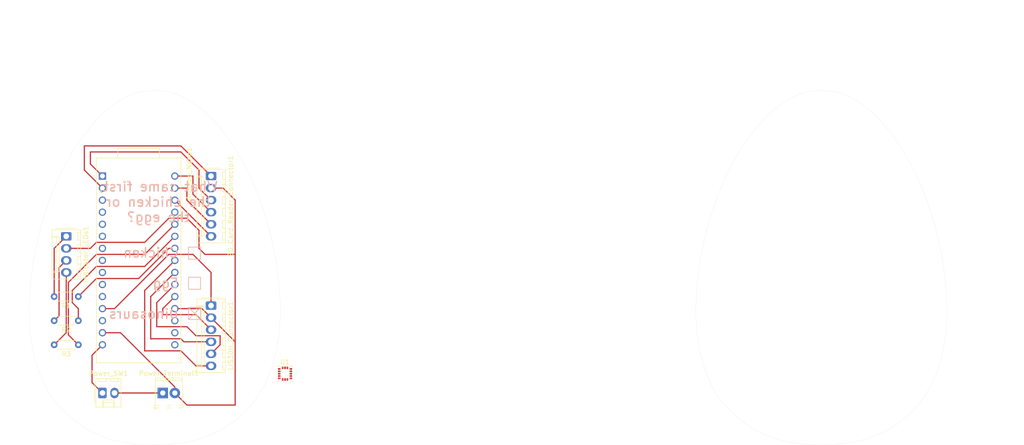
<source format=kicad_pcb>
(kicad_pcb (version 20211014) (generator pcbnew)
  (layers (0 "F.Cu" signal) (31 "B.Cu" signal) (34 "B.Paste" user) (35 "F.Paste" user) (36 "B.SilkS" user "B.Silkscreen") (37 "F.SilkS" user "F.Silkscreen") (38 "B.Mask" user) (39 "F.Mask" user) (44 "Edge.Cuts" user))
  (net 0 "")
  (net 1 "Net-(Arduino_Nano1-Pad1)")
  (net 2 "Net-(Arduino_Nano1-Pad2)")
  (net 12 "Net-(Arduino_Nano1-Pad12)")
  (net 14 "GND")
  (net 15 "Net-(Arduino_Nano1-Pad15)")
  (net 19 "Net-(Arduino_Nano1-Pad20)")
  (net 20 "Net-(Arduino_Nano1-Pad21)")
  (net 21 "Net-(Arduino_Nano1-Pad22)")
  (net 22 "Net-(Arduino_Nano1-Pad23)")
  (net 23 "Net-(Arduino_Nano1-Pad24)")
  (net 24 "Net-(Arduino_Nano1-Pad25)")
  (net 25 "Net-(Arduino_Nano1-Pad26)")
  (net 27 "Net-(Arduino_Nano1-Pad28)")
  (net 28 "Net-(Arduino_Nano1-Pad29)")
  (net 29 "Net-(Arduino_Nano1-Pad30)")
  (net 30 "Net-(Indicator_LEDs1-Pad1)")
  (net 31 "Net-(Indicator_LEDs1-Pad3)")
  (net 32 "Net-(Indicator_LEDs1-Pad4)")
  (net 33 "Net-(Power_SW1-Pad2)")
  (net 38 "Net-(U1-Pad10)")
  (footprint "Arduino Nano:MODULE_ABX00053" (layer "F.Cu") (at 59.987862 102.494989 -90)
    (fp_text reference "Arduino_Nano1" (at -18.325 -10.635 -90) (layer "F.SilkS"))
    (fp_text value "ABX00053")
    (pad "" np_thru_hole circle locked (at -20.32 7.62 270) (size 1.65 1.65) (drill 1.65) (layers *.Cu *.Mask))
    (pad "" np_thru_hole circle locked (at 20.32 7.62 270) (size 1.65 1.65) (drill 1.65) (layers *.Cu *.Mask))
    (pad "" np_thru_hole circle locked (at 20.32 -7.62 270) (size 1.65 1.65) (drill 1.65) (layers *.Cu *.Mask))
    (pad "" np_thru_hole circle locked (at -20.32 -7.62 270) (size 1.65 1.65) (drill 1.65) (layers *.Cu *.Mask))
    (pad "1" thru_hole rect locked (at -17.78 7.62 270) (size 1.524 1.524) (drill 1.016) (layers *.Cu *.Mask) (net 1 "Net-(Arduino_Nano1-Pad1)"))
    (pad "2" thru_hole circle locked (at -15.24 7.62 270) (size 1.524 1.524) (drill 1.016) (layers *.Cu *.Mask) (net 2 "Net-(Arduino_Nano1-Pad2)"))
    (pad "3" thru_hole circle locked (at -12.7 7.62 270) (size 1.524 1.524) (drill 1.016) (layers *.Cu *.Mask))
    (pad "4" thru_hole circle locked (at -10.16 7.62 270) (size 1.524 1.524) (drill 1.016) (layers *.Cu *.Mask))
    (pad "5" thru_hole circle locked (at -7.62 7.62 270) (size 1.524 1.524) (drill 1.016) (layers *.Cu *.Mask))
    (pad "6" thru_hole circle locked (at -5.08 7.62 270) (size 1.524 1.524) (drill 1.016) (layers *.Cu *.Mask))
    (pad "7" thru_hole circle locked (at -2.54 7.62 270) (size 1.524 1.524) (drill 1.016) (layers *.Cu *.Mask))
    (pad "8" thru_hole circle locked (at 0 7.62 270) (size 1.524 1.524) (drill 1.016) (layers *.Cu *.Mask))
    (pad "9" thru_hole circle locked (at 2.54 7.62 270) (size 1.524 1.524) (drill 1.016) (layers *.Cu *.Mask))
    (pad "10" thru_hole circle locked (at 5.08 7.62 270) (size 1.524 1.524) (drill 1.016) (layers *.Cu *.Mask))
    (pad "11" thru_hole circle locked (at 7.62 7.62 270) (size 1.524 1.524) (drill 1.016) (layers *.Cu *.Mask))
    (pad "12" thru_hole circle locked (at 10.16 7.62 270) (size 1.524 1.524) (drill 1.016) (layers *.Cu *.Mask) (net 12 "Net-(Arduino_Nano1-Pad12)"))
    (pad "13" thru_hole circle locked (at 12.7 7.62 270) (size 1.524 1.524) (drill 1.016) (layers *.Cu *.Mask))
    (pad "14" thru_hole circle locked (at 15.24 7.62 270) (size 1.524 1.524) (drill 1.016) (layers *.Cu *.Mask) (net 14 "GND"))
    (pad "15" thru_hole circle locked (at 17.78 7.62 270) (size 1.524 1.524) (drill 1.016) (layers *.Cu *.Mask) (net 15 "Net-(Arduino_Nano1-Pad15)"))
    (pad "16" thru_hole circle locked (at 17.78 -7.62 270) (size 1.524 1.524) (drill 1.016) (layers *.Cu *.Mask))
    (pad "17" thru_hole circle locked (at 15.24 -7.62 270) (size 1.524 1.524) (drill 1.016) (layers *.Cu *.Mask))
    (pad "18" thru_hole circle locked (at 12.7 -7.62 270) (size 1.524 1.524) (drill 1.016) (layers *.Cu *.Mask))
    (pad "19" thru_hole circle locked (at 10.16 -7.62 270) (size 1.524 1.524) (drill 1.016) (layers *.Cu *.Mask) (net 14 "GND"))
    (pad "20" thru_hole circle locked (at 7.62 -7.62 270) (size 1.524 1.524) (drill 1.016) (layers *.Cu *.Mask) (net 19 "Net-(Arduino_Nano1-Pad20)"))
    (pad "21" thru_hole circle locked (at 5.08 -7.62 270) (size 1.524 1.524) (drill 1.016) (layers *.Cu *.Mask) (net 20 "Net-(Arduino_Nano1-Pad21)"))
    (pad "22" thru_hole circle locked (at 2.54 -7.62 270) (size 1.524 1.524) (drill 1.016) (layers *.Cu *.Mask) (net 21 "Net-(Arduino_Nano1-Pad22)"))
    (pad "23" thru_hole circle locked (at 0 -7.62 270) (size 1.524 1.524) (drill 1.016) (layers *.Cu *.Mask) (net 22 "Net-(Arduino_Nano1-Pad23)"))
    (pad "24" thru_hole circle locked (at -2.54 -7.62 270) (size 1.524 1.524) (drill 1.016) (layers *.Cu *.Mask) (net 23 "Net-(Arduino_Nano1-Pad24)"))
    (pad "25" thru_hole circle locked (at -5.08 -7.62 270) (size 1.524 1.524) (drill 1.016) (layers *.Cu *.Mask) (net 24 "Net-(Arduino_Nano1-Pad25)"))
    (pad "26" thru_hole circle locked (at -7.62 -7.62 270) (size 1.524 1.524) (drill 1.016) (layers *.Cu *.Mask) (net 25 "Net-(Arduino_Nano1-Pad26)"))
    (pad "27" thru_hole circle locked (at -10.16 -7.62 270) (size 1.524 1.524) (drill 1.016) (layers *.Cu *.Mask))
    (pad "28" thru_hole circle locked (at -12.7 -7.62 270) (size 1.524 1.524) (drill 1.016) (layers *.Cu *.Mask) (net 27 "Net-(Arduino_Nano1-Pad28)"))
    (pad "29" thru_hole circle locked (at -15.24 -7.62 270) (size 1.524 1.524) (drill 1.016) (layers *.Cu *.Mask) (net 28 "Net-(Arduino_Nano1-Pad29)"))
    (pad "30" thru_hole circle locked (at -17.78 -7.62 270) (size 1.524 1.524) (drill 1.016) (layers *.Cu *.Mask) (net 29 "Net-(Arduino_Nano1-Pad30)"))
  )
  (footprint "Resistor_THT:R_Axial_DIN0204_L3.6mm_D1.6mm_P5.08mm_Horizontal" (layer "F.Cu") (at 47.287862 115.194989 180)
    (fp_text reference "R2" (at 2.54 -1.92) (layer "F.SilkS"))
    (fp_text value "R")
    (pad "1" thru_hole circle (at 0 0 180) (size 1.4 1.4) (drill 0.7) (layers *.Cu *.Mask) (net 24 "Net-(Arduino_Nano1-Pad25)"))
    (pad "2" thru_hole oval (at 5.08 0 180) (size 1.4 1.4) (drill 0.7) (layers *.Cu *.Mask) (net 31 "Net-(Indicator_LEDs1-Pad3)"))
  )
  (footprint "Connector_Molex:Molex_KK-254_AE-6410-04A_1x04_P2.54mm_Vertical" (layer "F.Cu") (at 44.747862 97.414989 -90)
    (fp_text reference "Indicator_LEDs1" (at 3.81 -4.12 90) (layer "F.SilkS"))
    (fp_text value "LED_RAGB")
    (pad "1" thru_hole roundrect (at 0 0 270) (size 1.74 2.19) (drill 1.19) (layers *.Cu *.Mask) (roundrect_rratio 0.143678) (net 30 "Net-(Indicator_LEDs1-Pad1)"))
    (pad "2" thru_hole oval (at 2.54 0 270) (size 1.74 2.19) (drill 1.19) (layers *.Cu *.Mask) (net 14 "GND"))
    (pad "3" thru_hole oval (at 5.08 0 270) (size 1.74 2.19) (drill 1.19) (layers *.Cu *.Mask) (net 31 "Net-(Indicator_LEDs1-Pad3)"))
    (pad "4" thru_hole oval (at 7.62 0 270) (size 1.74 2.19) (drill 1.19) (layers *.Cu *.Mask) (net 32 "Net-(Indicator_LEDs1-Pad4)"))
  )
  (footprint "Resistor_THT:R_Axial_DIN0204_L3.6mm_D1.6mm_P5.08mm_Horizontal" (layer "F.Cu") (at 47.287862 120.274989 180)
    (fp_text reference "R3" (at 2.54 -1.92) (layer "F.SilkS"))
    (fp_text value "R")
    (pad "1" thru_hole circle (at 0 0 180) (size 1.4 1.4) (drill 0.7) (layers *.Cu *.Mask) (net 25 "Net-(Arduino_Nano1-Pad26)"))
    (pad "2" thru_hole oval (at 5.08 0 180) (size 1.4 1.4) (drill 0.7) (layers *.Cu *.Mask) (net 32 "Net-(Indicator_LEDs1-Pad4)"))
  )
  (footprint "Connector_Molex:Molex_KK-254_AE-6410-06A_1x06_P2.54mm_Vertical" (layer "F.Cu") (at 75.227862 112.019989 -90)
    (fp_text reference "LIS3DH_Connector1" (at 6.35 -4.12 90) (layer "F.SilkS"))
    (fp_text value "Conn_01x06_Male")
    (pad "1" thru_hole roundrect (at 0 0 270) (size 1.74 2.19) (drill 1.19) (layers *.Cu *.Mask) (roundrect_rratio 0.143678) (net 12 "Net-(Arduino_Nano1-Pad12)"))
    (pad "2" thru_hole oval (at 2.54 0 270) (size 1.74 2.19) (drill 1.19) (layers *.Cu *.Mask) (net 14 "GND"))
    (pad "3" thru_hole oval (at 5.08 0 270) (size 1.74 2.19) (drill 1.19) (layers *.Cu *.Mask) (net 19 "Net-(Arduino_Nano1-Pad20)"))
    (pad "4" thru_hole oval (at 7.62 0 270) (size 1.74 2.19) (drill 1.19) (layers *.Cu *.Mask) (net 21 "Net-(Arduino_Nano1-Pad22)"))
    (pad "5" thru_hole oval (at 10.16 0 270) (size 1.74 2.19) (drill 1.19) (layers *.Cu *.Mask) (net 20 "Net-(Arduino_Nano1-Pad21)"))
    (pad "6" thru_hole oval (at 12.7 0 270) (size 1.74 2.19) (drill 1.19) (layers *.Cu *.Mask) (net 22 "Net-(Arduino_Nano1-Pad23)"))
  )
  (footprint "Connector_Molex:Molex_KK-254_AE-6410-06A_1x06_P2.54mm_Vertical" (layer "F.Cu") (at 75.227862 84.714989 -90)
    (fp_text reference "SD_Card_Reader_Connector1" (at 6.35 -4.12 90) (layer "F.SilkS"))
    (fp_text value "Conn_01x06_Male")
    (pad "1" thru_hole roundrect (at 0 0 270) (size 1.74 2.19) (drill 1.19) (layers *.Cu *.Mask) (roundrect_rratio 0.143678) (net 2 "Net-(Arduino_Nano1-Pad2)"))
    (pad "2" thru_hole oval (at 2.54 0 270) (size 1.74 2.19) (drill 1.19) (layers *.Cu *.Mask) (net 14 "GND"))
    (pad "3" thru_hole oval (at 5.08 0 270) (size 1.74 2.19) (drill 1.19) (layers *.Cu *.Mask) (net 1 "Net-(Arduino_Nano1-Pad1)"))
    (pad "4" thru_hole oval (at 7.62 0 270) (size 1.74 2.19) (drill 1.19) (layers *.Cu *.Mask) (net 29 "Net-(Arduino_Nano1-Pad30)"))
    (pad "5" thru_hole oval (at 10.16 0 270) (size 1.74 2.19) (drill 1.19) (layers *.Cu *.Mask) (net 28 "Net-(Arduino_Nano1-Pad29)"))
    (pad "6" thru_hole oval (at 12.7 0 270) (size 1.74 2.19) (drill 1.19) (layers *.Cu *.Mask) (net 27 "Net-(Arduino_Nano1-Pad28)"))
  )
  (footprint "Connector_Molex:Molex_KK-254_AE-6410-02A_1x02_P2.54mm_Vertical" (layer "F.Cu") (at 52.367862 130.434989)
    (fp_text reference "Power_SW1" (at 1.27 -4.12) (layer "F.SilkS"))
    (fp_text value "SW_SPST")
    (pad "1" thru_hole roundrect (at 0 0) (size 1.74 2.19) (drill 1.19) (layers *.Cu *.Mask) (roundrect_rratio 0.143678) (net 15 "Net-(Arduino_Nano1-Pad15)"))
    (pad "2" thru_hole oval (at 2.54 0) (size 1.74 2.19) (drill 1.19) (layers *.Cu *.Mask) (net 33 "Net-(Power_SW1-Pad2)"))
  )
  (footprint "Resistor_THT:R_Axial_DIN0204_L3.6mm_D1.6mm_P5.08mm_Horizontal" (layer "F.Cu") (at 47.287862 110.114989 180)
    (fp_text reference "R1" (at 2.54 -1.92) (layer "F.SilkS"))
    (fp_text value "R")
    (pad "1" thru_hole circle (at 0 0 180) (size 1.4 1.4) (drill 0.7) (layers *.Cu *.Mask) (net 23 "Net-(Arduino_Nano1-Pad24)"))
    (pad "2" thru_hole oval (at 5.08 0 180) (size 1.4 1.4) (drill 0.7) (layers *.Cu *.Mask) (net 30 "Net-(Indicator_LEDs1-Pad1)"))
  )
  (footprint "Package_LGA:LGA-16_3x3mm_P0.5mm_LayoutBorder3x5y" (layer "F.Cu") (at 90.805 126.365)
    (fp_text reference "U1" (at 0 -2.45) (layer "F.SilkS"))
    (fp_text value "LIS3DH")
    (pad "1" smd roundrect (at -1.225 -1) (size 0.55 0.35) (layers "F.Cu" "F.Paste" "F.Mask"))
    (pad "2" smd roundrect (at -1.225 -0.5) (size 0.55 0.35) (layers "F.Cu" "F.Paste" "F.Mask"))
    (pad "3" smd roundrect (at -1.225 0) (size 0.55 0.35) (layers "F.Cu" "F.Paste" "F.Mask"))
    (pad "4" smd roundrect (at -1.225 0.5) (size 0.55 0.35) (layers "F.Cu" "F.Paste" "F.Mask"))
    (pad "5" smd roundrect (at -1.225 1) (size 0.55 0.35) (layers "F.Cu" "F.Paste" "F.Mask") (net 38 "Net-(U1-Pad10)"))
    (pad "6" smd roundrect (at -0.5 1.225) (size 0.35 0.55) (layers "F.Cu" "F.Paste" "F.Mask"))
    (pad "7" smd roundrect (at 0 1.225) (size 0.35 0.55) (layers "F.Cu" "F.Paste" "F.Mask"))
    (pad "8" smd roundrect (at 0.5 1.225) (size 0.35 0.55) (layers "F.Cu" "F.Paste" "F.Mask"))
    (pad "9" smd roundrect (at 1.225 1) (size 0.55 0.35) (layers "F.Cu" "F.Paste" "F.Mask"))
    (pad "10" smd roundrect (at 1.225 0.5) (size 0.55 0.35) (layers "F.Cu" "F.Paste" "F.Mask") (net 38 "Net-(U1-Pad10)"))
    (pad "11" smd roundrect (at 1.225 0) (size 0.55 0.35) (layers "F.Cu" "F.Paste" "F.Mask"))
    (pad "12" smd roundrect (at 1.225 -0.5) (size 0.55 0.35) (layers "F.Cu" "F.Paste" "F.Mask") (net 38 "Net-(U1-Pad10)"))
    (pad "13" smd roundrect (at 1.225 -1) (size 0.55 0.35) (layers "F.Cu" "F.Paste" "F.Mask"))
    (pad "14" smd roundrect (at 0.5 -1.225) (size 0.35 0.55) (layers "F.Cu" "F.Paste" "F.Mask"))
    (pad "15" smd roundrect (at 0 -1.225) (size 0.35 0.55) (layers "F.Cu" "F.Paste" "F.Mask"))
    (pad "16" smd roundrect (at -0.5 -1.225) (size 0.35 0.55) (layers "F.Cu" "F.Paste" "F.Mask"))
  )
  (footprint "TerminalBlock_Phoenix:TerminalBlock_Phoenix_MPT-0,5-2-2.54_1x02_P2.54mm_Horizontal" (layer "F.Cu") (at 65.067862 130.434989)
    (fp_text reference "Power_Terminal1" (at 1.27 -4.16) (layer "F.SilkS"))
    (fp_text value "Screw_Terminal_01x02")
    (pad "" np_thru_hole circle (at 0 2.54) (size 1.1 1.1) (drill 1.1) (layers *.Cu *.Mask))
    (pad "" np_thru_hole circle (at 2.54 2.54) (size 1.1 1.1) (drill 1.1) (layers *.Cu *.Mask))
    (pad "1" thru_hole rect (at 0 0) (size 2.2 2.2) (drill 1.1) (layers *.Cu *.Mask) (net 33 "Net-(Power_SW1-Pad2)"))
    (pad "2" thru_hole circle (at 2.54 0) (size 2.2 2.2) (drill 1.1) (layers *.Cu *.Mask) (net 14 "GND"))
  )
  (gr_line (start 70.485 112.395) (end 73.025 114.935) (layer "B.SilkS") (width 0.15))
  (gr_rect (start 70.485 114.935) (end 73.025 112.395) (layer "B.SilkS") (width 0.15) (fill none))
  (gr_rect (start 70.485 108.585) (end 73.025 106.045) (layer "B.SilkS") (width 0.15) (fill none))
  (gr_line (start 70.485 114.935) (end 73.025 112.395) (layer "B.SilkS") (width 0.15))
  (gr_rect (start 70.485 102.235) (end 73.025 99.695) (layer "B.SilkS") (width 0.15) (fill none))
  (gr_line (start 202.407621 66.750438) (end 203.061454 66.714483) (layer "Edge.Cuts") (width 0.025399))
  (gr_line (start 40.43245 129.194235) (end 40.232629 128.788744) (layer "Edge.Cuts") (width 0.025399))
  (gr_line (start 180.516476 92.853431) (end 181.548998 89.815243) (layer "Edge.Cuts") (width 0.025399))
  (gr_line (start 41.430292 130.951299) (end 41.223453 130.625843) (layer "Edge.Cuts") (width 0.025399))
  (gr_line (start 181.790574 130.951299) (end 181.583735 130.625843) (layer "Edge.Cuts") (width 0.025399))
  (gr_line (start 38.739548 125.137069) (end 38.342388 123.871244) (layer "Edge.Cuts") (width 0.025399))
  (gr_line (start 39.251213 95.994103) (end 40.156194 92.853431) (layer "Edge.Cuts") (width 0.025399))
  (gr_line (start 214.043116 71.007724) (end 214.927114 71.816474) (layer "Edge.Cuts") (width 0.025399))
  (gr_line (start 181.548998 89.815243) (end 182.700742 86.894611) (layer "Edge.Cuts") (width 0.025399))
  (gr_line (start 88.525819 123.338366) (end 88.057063 124.964537) (layer "Edge.Cuts") (width 0.025399))
  (gr_line (start 62.047339 66.750438) (end 62.701172 66.714483) (layer "Edge.Cuts") (width 0.025399))
  (gr_line (start 41.022481 130.290437) (end 40.825145 129.942052) (layer "Edge.Cuts") (width 0.025399))
  (gr_line (start 64.674638 66.750438) (end 65.316504 66.810363) (layer "Edge.Cuts") (width 0.025399))
  (gr_line (start 62.701172 66.714483) (end 63.360989 66.702498) (layer "Edge.Cuts") (width 0.025399))
  (gr_line (start 70.125555 140.771812) (end 69.386769 140.889582) (layer "Edge.Cuts") (width 0.025399))
  (gr_line (start 180.792732 129.194235) (end 180.592911 128.788744) (layer "Edge.Cuts") (width 0.025399))
  (gr_line (start 58.585069 67.469538) (end 59.077348 67.289763) (layer "Edge.Cuts") (width 0.025399))
  (gr_line (start 200.431819 141.287523) (end 199.713144 141.229989) (layer "Edge.Cuts") (width 0.025399))
  (gr_line (start 36.977183 110.96081) (end 37.066002 109.317736) (layer "Edge.Cuts") (width 0.025399))
  (gr_line (start 83.120876 84.101445) (end 84.382976 86.888879) (layer "Edge.Cuts") (width 0.025399))
  (gr_line (start 177.562213 107.624962) (end 177.74498 105.880312) (layer "Edge.Cuts") (width 0.025399))
  (gr_line (start 71.876139 69.570488) (end 72.785592 70.258437) (layer "Edge.Cuts") (width 0.025399))
  (gr_line (start 44.312379 134.324938) (end 44.312379 134.324938) (layer "Edge.Cuts") (width 0.025399))
  (gr_line (start 179.09983 125.137069) (end 178.70267 123.871244) (layer "Edge.Cuts") (width 0.025399))
  (gr_line (start 229.134182 122.320049) (end 228.886101 123.338366) (layer "Edge.Cuts") (width 0.025399))
  (gr_line (start 45.802725 135.706851) (end 45.050456 135.036603) (layer "Edge.Cuts") (width 0.025399))
  (gr_line (start 193.828485 139.997081) (end 192.878556 139.666378) (layer "Edge.Cuts") (width 0.025399))
  (gr_line (start 53.042142 71.007733) (end 54.848201 69.570114) (layer "Edge.Cuts") (width 0.025399))
  (gr_line (start 58.585069 67.469538) (end 58.585069 67.469538) (layer "Edge.Cuts") (width 0.025399))
  (gr_line (start 214.936576 139.494054) (end 213.391394 140.042956) (layer "Edge.Cuts") (width 0.025399))
  (gr_line (start 69.084857 67.893401) (end 70.024737 68.386096) (layer "Edge.Cuts") (width 0.025399))
  (gr_line (start 198.945351 67.469538) (end 199.43763 67.289763) (layer "Edge.Cuts") (width 0.025399))
  (gr_line (start 177.458695 117.07966) (end 177.35637 115.613611) (layer "Edge.Cuts") (width 0.025399))
  (gr_line (start 177.74498 105.880312) (end 178.217429 102.522615) (layer "Edge.Cuts") (width 0.025399))
  (gr_line (start 186.163007 135.706851) (end 185.410738 135.036603) (layer "Edge.Cuts") (width 0.025399))
  (gr_line (start 189.345084 137.988431) (end 188.520506 137.476471) (layer "Edge.Cuts") (width 0.025399))
  (gr_line (start 88.525819 123.338366) (end 88.525819 123.338366) (layer "Edge.Cuts") (width 0.025399))
  (gr_line (start 68.136903 67.469538) (end 69.084857 67.893401) (layer "Edge.Cuts") (width 0.025399))
  (gr_line (start 224.743258 86.888879) (end 225.894466 89.80924) (layer "Edge.Cuts") (width 0.025399))
  (gr_line (start 74.566832 71.816474) (end 75.43655 72.682814) (layer "Edge.Cuts") (width 0.025399))
  (gr_line (start 178.842373 99.222188) (end 179.611495 95.994103) (layer "Edge.Cuts") (width 0.025399))
  (gr_line (start 226.926508 92.847539) (end 227.83111 95.988785) (layer "Edge.Cuts") (width 0.025399))
  (gr_line (start 88.994873 121.309088) (end 88.7739 122.320049) (layer "Edge.Cuts") (width 0.025399))
  (gr_line (start 182.721238 132.214203) (end 182.468612 131.898258) (layer "Edge.Cuts") (width 0.025399))
  (gr_line (start 68.136903 67.469538) (end 68.136903 67.469538) (layer "Edge.Cuts") (width 0.025399))
  (gr_line (start 230.059339 116.236637) (end 229.971359 117.265668) (layer "Edge.Cuts") (width 0.025399))
  (gr_line (start 179.611495 95.994103) (end 180.516476 92.853431) (layer "Edge.Cuts") (width 0.025399))
  (gr_line (start 223.816092 133.280349) (end 222.767104 134.410052) (layer "Edge.Cuts") (width 0.025399))
  (gr_line (start 201.141839 66.894258) (end 201.765755 66.810363) (layer "Edge.Cuts") (width 0.025399))
  (gr_line (start 218.309973 75.608637) (end 219.112234 76.686599) (layer "Edge.Cuts") (width 0.025399))
  (gr_line (start 177.35637 115.613611) (end 177.302237 114.106571) (layer "Edge.Cuts") (width 0.025399))
  (gr_line (start 186.788123 78.988761) (end 188.333572 76.689064) (layer "Edge.Cuts") (width 0.025399))
  (gr_line (start 37.697245 121.253634) (end 37.448721 119.897495) (layer "Edge.Cuts") (width 0.025399))
  (gr_line (start 88.7739 122.320049) (end 88.525819 123.338366) (layer "Edge.Cuts") (width 0.025399))
  (gr_line (start 47.356055 136.926047) (end 46.57074 136.336419) (layer "Edge.Cuts") (width 0.025399))
  (gr_line (start 203.732116 141.350599) (end 202.015019 141.35154) (layer "Edge.Cuts") (width 0.025399))
  (gr_line (start 73.031112 140.042956) (end 71.421907 140.502001) (layer "Edge.Cuts") (width 0.025399))
  (gr_line (start 60.781557 66.894258) (end 61.405473 66.810363) (layer "Edge.Cuts") (width 0.025399))
  (gr_line (start 214.927114 71.816474) (end 215.796832 72.682814) (layer "Edge.Cuts") (width 0.025399))
  (gr_line (start 44.968341 81.466298) (end 46.427841 78.988761) (layer "Edge.Cuts") (width 0.025399))
  (gr_line (start 89.356172 119.294606) (end 89.188907 120.301826) (layer "Edge.Cuts") (width 0.025399))
  (gr_line (start 60.071537 141.287523) (end 59.352862 141.229989) (layer "Edge.Cuts") (width 0.025399))
  (gr_line (start 72.785592 70.258437) (end 73.682834 71.007724) (layer "Edge.Cuts") (width 0.025399))
  (gr_line (start 180.04468 127.593641) (end 179.547076 126.377142) (layer "Edge.Cuts") (width 0.025399))
  (gr_line (start 229.716454 119.294606) (end 229.549189 120.301826) (layer "Edge.Cuts") (width 0.025399))
  (gr_line (start 180.592911 128.788744) (end 180.592911 128.788744) (layer "Edge.Cuts") (width 0.025399))
  (gr_line (start 53.468203 139.997081) (end 52.518274 139.666378) (layer "Edge.Cuts") (width 0.025399))
  (gr_line (start 223.481158 84.101445) (end 224.743258 86.888879) (layer "Edge.Cuts") (width 0.025399))
  (gr_line (start 208.497185 67.469538) (end 208.497185 67.469538) (layer "Edge.Cuts") (width 0.025399))
  (gr_line (start 210.385019 68.386096) (end 211.315791 68.94575) (layer "Edge.Cuts") (width 0.025399))
  (gr_line (start 47.97329 76.689064) (end 49.596368 74.58228) (layer "Edge.Cuts") (width 0.025399))
  (gr_line (start 77.949691 75.608637) (end 78.751952 76.686599) (layer "Edge.Cuts") (width 0.025399))
  (gr_line (start 207.277276 141.168754) (end 205.510429 141.288428) (layer "Edge.Cuts") (width 0.025399))
  (gr_line (start 83.45581 133.280349) (end 82.406822 134.410052) (layer "Edge.Cuts") (width 0.025399))
  (gr_line (start 50.701397 138.899906) (end 49.831341 138.462663) (layer "Edge.Cuts") (width 0.025399))
  (gr_line (start 88.864622 102.520161) (end 89.337266 105.880312) (layer "Edge.Cuts") (width 0.025399))
  (gr_line (start 216.416017 138.857018) (end 214.936576 139.494054) (layer "Edge.Cuts") (width 0.025399))
  (gr_line (start 182.468612 131.898258) (end 182.230781 131.584479) (layer "Edge.Cuts") (width 0.025399))
  (gr_line (start 89.611077 117.265668) (end 89.496839 118.283772) (layer "Edge.Cuts") (width 0.025399))
  (gr_line (start 88.239718 99.217989) (end 88.864622 102.520161) (layer "Edge.Cuts") (width 0.025399))
  (gr_line (start 48.160224 137.476471) (end 47.356055 136.926047) (layer "Edge.Cuts") (width 0.025399))
  (gr_line (start 191.956805 139.300899) (end 191.061679 138.899906) (layer "Edge.Cuts") (width 0.025399))
  (gr_line (start 230.157201 114.131167) (end 230.121229 115.193022) (layer "Edge.Cuts") (width 0.025399))
  (gr_line (start 200.541857 67.002123) (end 201.141839 66.894258) (layer "Edge.Cuts") (width 0.025399))
  (gr_line (start 215.796832 72.682814) (end 216.651238 73.60487) (layer "Edge.Cuts") (width 0.025399))
  (gr_line (start 198.945351 67.469538) (end 198.945351 67.469538) (layer "Edge.Cuts") (width 0.025399))
  (gr_line (start 184.672661 134.324938) (end 184.672661 134.324938) (layer "Edge.Cuts") (width 0.025399))
  (gr_line (start 48.984802 137.988431) (end 48.160224 137.476471) (layer "Edge.Cuts") (width 0.025399))
  (gr_line (start 192.878556 139.666378) (end 191.956805 139.300899) (layer "Edge.Cuts") (width 0.025399))
  (gr_line (start 80.082472 136.434311) (end 78.81054 137.325425) (layer "Edge.Cuts") (width 0.025399))
  (gr_line (start 37.066002 109.317736) (end 37.201931 107.624962) (layer "Edge.Cuts") (width 0.025399))
  (gr_line (start 81.281805 135.461946) (end 80.082472 136.434311) (layer "Edge.Cuts") (width 0.025399))
  (gr_line (start 56.502601 140.787922) (end 55.458812 140.557115) (layer "Edge.Cuts") (width 0.025399))
  (gr_line (start 63.360989 66.702498) (end 64.020805 66.714483) (layer "Edge.Cuts") (width 0.025399))
  (gr_line (start 208.497185 67.469538) (end 209.445139 67.893401) (layer "Edge.Cuts") (width 0.025399))
  (gr_line (start 52.518274 139.666378) (end 51.596523 139.300899) (layer "Edge.Cuts") (width 0.025399))
  (gr_line (start 54.848201 69.570114) (end 56.698616 68.385691) (layer "Edge.Cuts") (width 0.025399))
  (gr_line (start 194.808146 140.293748) (end 193.828485 139.997081) (layer "Edge.Cuts") (width 0.025399))
  (gr_line (start 177.609482 118.506895) (end 177.458695 117.07966) (layer "Edge.Cuts") (width 0.025399))
  (gr_line (start 87.500271 126.524947) (end 86.85716 128.017876) (layer "Edge.Cuts") (width 0.025399))
  (gr_line (start 177.74498 105.880312) (end 177.74498 105.880312) (layer "Edge.Cuts") (width 0.025399))
  (gr_line (start 183.96339 84.106605) (end 185.328623 81.466298) (layer "Edge.Cuts") (width 0.025399))
  (gr_line (start 203.721271 66.702498) (end 204.381087 66.714483) (layer "Edge.Cuts") (width 0.025399))
  (gr_line (start 84.427053 132.074559) (end 83.45581 133.280349) (layer "Edge.Cuts") (width 0.025399))
  (gr_line (start 221.642087 135.461946) (end 220.442754 136.434311) (layer "Edge.Cuts") (width 0.025399))
  (gr_line (start 222.767104 134.410052) (end 221.642087 135.461946) (layer "Edge.Cuts") (width 0.025399))
  (gr_line (start 80.29709 78.985315) (end 81.037899 80.202321) (layer "Edge.Cuts") (width 0.025399))
  (gr_line (start 87.470828 95.988785) (end 88.239718 99.217989) (layer "Edge.Cuts") (width 0.025399))
  (gr_line (start 89.337266 105.880312) (end 89.337266 105.880312) (layer "Edge.Cuts") (width 0.025399))
  (gr_line (start 40.825145 129.942052) (end 40.629212 129.577661) (layer "Edge.Cuts") (width 0.025399))
  (gr_line (start 75.43655 72.682814) (end 76.290956 73.60487) (layer "Edge.Cuts") (width 0.025399))
  (gr_line (start 219.895045 77.812783) (end 220.657372 78.985315) (layer "Edge.Cuts") (width 0.025399))
  (gr_line (start 211.782189 140.502001) (end 211.782189 140.502001) (layer "Edge.Cuts") (width 0.025399))
  (gr_line (start 178.355326 122.577492) (end 178.057527 121.253634) (layer "Edge.Cuts") (width 0.025399))
  (gr_line (start 58.694917 141.154818) (end 58.694917 141.154803) (layer "Edge.Cuts") (width 0.025399))
  (gr_line (start 219.170822 137.325425) (end 217.828004 138.133568) (layer "Edge.Cuts") (width 0.025399))
  (gr_line (start 49.596368 74.58228) (end 51.288759 72.683479) (layer "Edge.Cuts") (width 0.025399))
  (gr_line (start 88.057063 124.964537) (end 87.500271 126.524947) (layer "Edge.Cuts") (width 0.025399))
  (gr_line (start 38.482091 99.222188) (end 39.251213 95.994103) (layer "Edge.Cuts") (width 0.025399))
  (gr_line (start 70.024737 68.386096) (end 70.955509 68.94575) (layer "Edge.Cuts") (width 0.025399))
  (gr_line (start 60.181575 67.002123) (end 60.781557 66.894258) (layer "Edge.Cuts") (width 0.025399))
  (gr_line (start 43.229919 133.205313) (end 42.919519 132.864702) (layer "Edge.Cuts") (width 0.025399))
  (gr_line (start 183.590201 133.205313) (end 183.279801 132.864702) (layer "Edge.Cuts") (width 0.025399))
  (gr_line (start 84.382976 86.888879) (end 85.534184 89.80924) (layer "Edge.Cuts") (width 0.025399))
  (gr_line (start 205.510429 141.288428) (end 203.732116 141.350599) (layer "Edge.Cuts") (width 0.025399))
  (gr_line (start 89.75102 110.799597) (end 89.791785 111.938111) (layer "Edge.Cuts") (width 0.025399))
  (gr_line (start 202.015019 141.35154) (end 200.431819 141.287523) (layer "Edge.Cuts") (width 0.025399))
  (gr_line (start 228.6 99.217989) (end 229.224904 102.520161) (layer "Edge.Cuts") (width 0.025399))
  (gr_line (start 41.223453 130.625843) (end 41.022481 130.290437) (layer "Edge.Cuts") (width 0.025399))
  (gr_line (start 203.061454 66.714483) (end 203.721271 66.702498) (layer "Edge.Cuts") (width 0.025399))
  (gr_line (start 43.603108 84.106605) (end 44.968341 81.466298) (layer "Edge.Cuts") (width 0.025399))
  (gr_line (start 42.630608 132.535342) (end 42.360956 132.214203) (layer "Edge.Cuts") (width 0.025399))
  (gr_line (start 54.447864 140.293748) (end 53.468203 139.997081) (layer "Edge.Cuts") (width 0.025399))
  (gr_line (start 86.85716 128.017876) (end 86.129442 129.441601) (layer "Edge.Cuts") (width 0.025399))
  (gr_line (start 41.870499 131.584479) (end 41.64523 131.269835) (layer "Edge.Cuts") (width 0.025399))
  (gr_line (start 89.699057 116.236637) (end 89.611077 117.265668) (layer "Edge.Cuts") (width 0.025399))
  (gr_line (start 229.549189 120.301826) (end 229.355155 121.309088) (layer "Edge.Cuts") (width 0.025399))
  (gr_line (start 66.5404 67.002123) (end 67.110463 67.133958) (layer "Edge.Cuts") (width 0.025399))
  (gr_line (start 59.077348 67.289763) (end 59.611511 67.133958) (layer "Edge.Cuts") (width 0.025399))
  (gr_line (start 205.03492 66.750438) (end 205.676786 66.810363) (layer "Edge.Cuts") (width 0.025399))
  (gr_line (start 230.167424 113.047416) (end 230.157201 114.131167) (layer "Edge.Cuts") (width 0.025399))
  (gr_line (start 42.360956 132.214203) (end 42.10833 131.898258) (layer "Edge.Cuts") (width 0.025399))
  (gr_line (start 61.654737 141.35154) (end 60.071537 141.287523) (layer "Edge.Cuts") (width 0.025399))
  (gr_line (start 77.467722 138.133568) (end 76.055735 138.857018) (layer "Edge.Cuts") (width 0.025399))
  (gr_line (start 182.005512 131.269835) (end 181.790574 130.951299) (layer "Edge.Cuts") (width 0.025399))
  (gr_line (start 228.886101 123.338366) (end 228.417345 124.964537) (layer "Edge.Cuts") (width 0.025399))
  (gr_line (start 39.684398 127.593641) (end 39.186794 126.377142) (layer "Edge.Cuts") (width 0.025399))
  (gr_line (start 180.592911 128.788744) (end 180.04468 127.593641) (layer "Edge.Cuts") (width 0.025399))
  (gr_line (start 67.110463 67.133958) (end 67.644625 67.289763) (layer "Edge.Cuts") (width 0.025399))
  (gr_line (start 57.580785 140.986905) (end 56.502601 140.787922) (layer "Edge.Cuts") (width 0.025399))
  (gr_line (start 78.751952 76.686599) (end 79.534763 77.812783) (layer "Edge.Cuts") (width 0.025399))
  (gr_line (start 177.296025 112.556363) (end 177.337465 110.96081) (layer "Edge.Cuts") (width 0.025399))
  (gr_line (start 74.576294 139.494054) (end 73.031112 140.042956) (layer "Edge.Cuts") (width 0.025399))
  (gr_line (start 187.716337 136.926047) (end 186.931022 136.336419) (layer "Edge.Cuts") (width 0.025399))
  (gr_line (start 191.061679 138.899906) (end 190.191623 138.462663) (layer "Edge.Cuts") (width 0.025399))
  (gr_line (start 201.765755 66.810363) (end 202.407621 66.750438) (layer "Edge.Cuts") (width 0.025399))
  (gr_line (start 86.129442 129.441601) (end 85.318835 130.794403) (layer "Edge.Cuts") (width 0.025399))
  (gr_line (start 36.935743 112.556363) (end 36.977183 110.96081) (layer "Edge.Cuts") (width 0.025399))
  (gr_line (start 199.971793 67.133958) (end 200.541857 67.002123) (layer "Edge.Cuts") (width 0.025399))
  (gr_line (start 56.698616 68.385691) (end 58.585069 67.469538) (layer "Edge.Cuts") (width 0.025399))
  (gr_line (start 59.611511 67.133958) (end 60.181575 67.002123) (layer "Edge.Cuts") (width 0.025399))
  (gr_line (start 208.959972 140.995306) (end 207.277276 141.168754) (layer "Edge.Cuts") (width 0.025399))
  (gr_line (start 70.806963 140.642463) (end 70.125555 140.771812) (layer "Edge.Cuts") (width 0.025399))
  (gr_line (start 217.828004 138.133568) (end 216.416017 138.857018) (layer "Edge.Cuts") (width 0.025399))
  (gr_line (start 190.191623 138.462663) (end 189.345084 137.988431) (layer "Edge.Cuts") (width 0.025399))
  (gr_line (start 37.857147 102.522615) (end 38.482091 99.222188) (layer "Edge.Cuts") (width 0.025399))
  (gr_line (start 55.458812 140.557115) (end 54.447864 140.293748) (layer "Edge.Cuts") (width 0.025399))
  (gr_line (start 220.442754 136.434311) (end 219.170822 137.325425) (layer "Edge.Cuts") (width 0.025399))
  (gr_line (start 204.381087 66.714483) (end 205.03492 66.750438) (layer "Edge.Cuts") (width 0.025399))
  (gr_line (start 39.186794 126.377142) (end 38.739548 125.137069) (layer "Edge.Cuts") (width 0.025399))
  (gr_line (start 191.649041 72.683479) (end 193.402424 71.007733) (layer "Edge.Cuts") (width 0.025399))
  (gr_line (start 37.384698 105.880312) (end 37.384698 105.880312) (layer "Edge.Cuts") (width 0.025399))
  (gr_line (start 178.70267 123.871244) (end 178.355326 122.577492) (layer "Edge.Cuts") (width 0.025399))
  (gr_line (start 65.150147 141.288428) (end 63.371834 141.350599) (layer "Edge.Cuts") (width 0.025399))
  (gr_line (start 208.004907 67.289763) (end 208.497185 67.469538) (layer "Edge.Cuts") (width 0.025399))
  (gr_line (start 44.312379 134.324938) (end 43.564042 133.560204) (layer "Edge.Cuts") (width 0.025399))
  (gr_line (start 67.644625 67.289763) (end 68.136903 67.469538) (layer "Edge.Cuts") (width 0.025399))
  (gr_line (start 227.83111 95.988785) (end 228.6 99.217989) (layer "Edge.Cuts") (width 0.025399))
  (gr_line (start 199.713144 141.229989) (end 199.055199 141.154818) (layer "Edge.Cuts") (width 0.025399))
  (gr_line (start 73.682834 71.007724) (end 74.566832 71.816474) (layer "Edge.Cuts") (width 0.025399))
  (gr_line (start 217.489296 74.580769) (end 218.309973 75.608637) (layer "Edge.Cuts") (width 0.025399))
  (gr_line (start 58.694917 141.154803) (end 57.580785 140.986905) (layer "Edge.Cuts") (width 0.025399))
  (gr_line (start 186.931022 136.336419) (end 186.163007 135.706851) (layer "Edge.Cuts") (width 0.025399))
  (gr_line (start 76.290956 73.60487) (end 77.129014 74.580769) (layer "Edge.Cuts") (width 0.025399))
  (gr_line (start 182.99089 132.535342) (end 182.721238 132.214203) (layer "Edge.Cuts") (width 0.025399))
  (gr_line (start 89.496839 118.283772) (end 89.356172 119.294606) (layer "Edge.Cuts") (width 0.025399))
  (gr_line (start 184.672661 134.324938) (end 183.924324 133.560204) (layer "Edge.Cuts") (width 0.025399))
  (gr_line (start 226.489724 129.441601) (end 225.679117 130.794403) (layer "Edge.Cuts") (width 0.025399))
  (gr_line (start 36.996088 115.613611) (end 36.941955 114.106571) (layer "Edge.Cuts") (width 0.025399))
  (gr_line (start 224.787335 132.074559) (end 223.816092 133.280349) (layer "Edge.Cuts") (width 0.025399))
  (gr_line (start 177.426284 109.317736) (end 177.562213 107.624962) (layer "Edge.Cuts") (width 0.025399))
  (gr_line (start 89.188907 120.301826) (end 88.994873 121.309088) (layer "Edge.Cuts") (width 0.025399))
  (gr_line (start 188.520506 137.476471) (end 187.716337 136.926047) (layer "Edge.Cuts") (width 0.025399))
  (gr_line (start 178.057527 121.253634) (end 177.809003 119.897495) (layer "Edge.Cuts") (width 0.025399))
  (gr_line (start 229.697548 105.880312) (end 229.697548 105.880312) (layer "Edge.Cuts") (width 0.025399))
  (gr_line (start 216.651238 73.60487) (end 217.489296 74.580769) (layer "Edge.Cuts") (width 0.025399))
  (gr_line (start 40.629212 129.577661) (end 40.43245 129.194235) (layer "Edge.Cuts") (width 0.025399))
  (gr_line (start 89.796919 114.131167) (end 89.760947 115.193022) (layer "Edge.Cuts") (width 0.025399))
  (gr_line (start 199.055199 141.154803) (end 197.941067 140.986905) (layer "Edge.Cuts") (width 0.025399))
  (gr_line (start 70.955509 68.94575) (end 71.876139 69.570488) (layer "Edge.Cuts") (width 0.025399))
  (gr_line (start 37.995044 122.577492) (end 37.697245 121.253634) (layer "Edge.Cuts") (width 0.025399))
  (gr_line (start 206.300701 66.894258) (end 206.900682 67.002123) (layer "Edge.Cuts") (width 0.025399))
  (gr_line (start 41.64523 131.269835) (end 41.430292 130.951299) (layer "Edge.Cuts") (width 0.025399))
  (gr_line (start 185.410738 135.036603) (end 184.672661 134.324938) (layer "Edge.Cuts") (width 0.025399))
  (gr_line (start 181.185427 129.942052) (end 180.989494 129.577661) (layer "Edge.Cuts") (width 0.025399))
  (gr_line (start 42.10833 131.898258) (end 41.870499 131.584479) (layer "Edge.Cuts") (width 0.025399))
  (gr_line (start 40.232629 128.788744) (end 40.232629 128.788744) (layer "Edge.Cuts") (width 0.025399))
  (gr_line (start 228.417345 124.964537) (end 227.860553 126.524947) (layer "Edge.Cuts") (width 0.025399))
  (gr_line (start 79.534763 77.812783) (end 80.29709 78.985315) (layer "Edge.Cuts") (width 0.025399))
  (gr_line (start 82.406822 134.410052) (end 81.281805 135.461946) (layer "Edge.Cuts") (width 0.025399))
  (gr_line (start 43.564042 133.560204) (end 43.229919 133.205313) (layer "Edge.Cuts") (width 0.025399))
  (gr_line (start 219.112234 76.686599) (end 219.895045 77.812783) (layer "Edge.Cuts") (width 0.025399))
  (gr_line (start 199.055199 141.154818) (end 199.055199 141.154818) (layer "Edge.Cuts") (width 0.025399))
  (gr_line (start 181.583735 130.625843) (end 181.382763 130.290437) (layer "Edge.Cuts") (width 0.025399))
  (gr_line (start 229.954223 108.420313) (end 230.111302 110.799597) (layer "Edge.Cuts") (width 0.025399))
  (gr_line (start 185.328623 81.466298) (end 186.788123 78.988761) (layer "Edge.Cuts") (width 0.025399))
  (gr_line (start 58.694917 141.154818) (end 58.694917 141.154818) (layer "Edge.Cuts") (width 0.025399))
  (gr_line (start 227.217442 128.017876) (end 226.489724 129.441601) (layer "Edge.Cuts") (width 0.025399))
  (gr_line (start 89.337266 105.880312) (end 89.593941 108.420313) (layer "Edge.Cuts") (width 0.025399))
  (gr_line (start 225.679117 130.794403) (end 224.787335 132.074559) (layer "Edge.Cuts") (width 0.025399))
  (gr_line (start 81.756156 81.461927) (end 83.120876 84.101445) (layer "Edge.Cuts") (width 0.025399))
  (gr_line (start 209.445139 67.893401) (end 210.385019 68.386096) (layer "Edge.Cuts") (width 0.025399))
  (gr_line (start 40.232629 128.788744) (end 39.684398 127.593641) (layer "Edge.Cuts") (width 0.025399))
  (gr_line (start 199.43763 67.289763) (end 199.971793 67.133958) (layer "Edge.Cuts") (width 0.025399))
  (gr_line (start 206.900682 67.002123) (end 207.470745 67.133958) (layer "Edge.Cuts") (width 0.025399))
  (gr_line (start 213.391394 140.042956) (end 211.782189 140.502001) (layer "Edge.Cuts") (width 0.025399))
  (gr_line (start 71.421907 140.502001) (end 71.421907 140.502001) (layer "Edge.Cuts") (width 0.025399))
  (gr_line (start 42.919519 132.864702) (end 42.630608 132.535342) (layer "Edge.Cuts") (width 0.025399))
  (gr_line (start 51.288759 72.683479) (end 53.042142 71.007733) (layer "Edge.Cuts") (width 0.025399))
  (gr_line (start 230.121229 115.193022) (end 230.059339 116.236637) (layer "Edge.Cuts") (width 0.025399))
  (gr_line (start 229.857121 118.283772) (end 229.716454 119.294606) (layer "Edge.Cuts") (width 0.025399))
  (gr_line (start 196.862883 140.787922) (end 195.819094 140.557115) (layer "Edge.Cuts") (width 0.025399))
  (gr_line (start 195.819094 140.557115) (end 194.808146 140.293748) (layer "Edge.Cuts") (width 0.025399))
  (gr_line (start 89.760947 115.193022) (end 89.699057 116.236637) (layer "Edge.Cuts") (width 0.025399))
  (gr_line (start 195.208483 69.570114) (end 197.058898 68.385691) (layer "Edge.Cuts") (width 0.025399))
  (gr_line (start 42.34046 86.894611) (end 43.603108 84.106605) (layer "Edge.Cuts") (width 0.025399))
  (gr_line (start 65.316504 66.810363) (end 65.940419 66.894258) (layer "Edge.Cuts") (width 0.025399))
  (gr_line (start 179.547076 126.377142) (end 179.09983 125.137069) (layer "Edge.Cuts") (width 0.025399))
  (gr_line (start 63.371834 141.350599) (end 61.654737 141.35154) (layer "Edge.Cuts") (width 0.025399))
  (gr_line (start 181.382763 130.290437) (end 181.185427 129.942052) (layer "Edge.Cuts") (width 0.025399))
  (gr_line (start 222.116438 81.461927) (end 223.481158 84.101445) (layer "Edge.Cuts") (width 0.025399))
  (gr_line (start 45.050456 135.036603) (end 44.312379 134.324938) (layer "Edge.Cuts") (width 0.025399))
  (gr_line (start 199.055199 141.154818) (end 199.055199 141.154803) (layer "Edge.Cuts") (width 0.025399))
  (gr_line (start 197.058898 68.385691) (end 198.945351 67.469538) (layer "Edge.Cuts") (width 0.025399))
  (gr_line (start 230.111302 110.799597) (end 230.152067 111.938111) (layer "Edge.Cuts") (width 0.025399))
  (gr_line (start 71.421907 140.502001) (end 70.806963 140.642463) (layer "Edge.Cuts") (width 0.025399))
  (gr_line (start 36.941955 114.106571) (end 36.935743 112.556363) (layer "Edge.Cuts") (width 0.025399))
  (gr_line (start 89.807142 113.047416) (end 89.796919 114.131167) (layer "Edge.Cuts") (width 0.025399))
  (gr_line (start 205.676786 66.810363) (end 206.300701 66.894258) (layer "Edge.Cuts") (width 0.025399))
  (gr_line (start 37.098413 117.07966) (end 36.996088 115.613611) (layer "Edge.Cuts") (width 0.025399))
  (gr_line (start 77.129014 74.580769) (end 77.949691 75.608637) (layer "Edge.Cuts") (width 0.025399))
  (gr_line (start 46.57074 136.336419) (end 45.802725 135.706851) (layer "Edge.Cuts") (width 0.025399))
  (gr_line (start 227.860553 126.524947) (end 227.217442 128.017876) (layer "Edge.Cuts") (width 0.025399))
  (gr_line (start 177.302237 114.106571) (end 177.296025 112.556363) (layer "Edge.Cuts") (width 0.025399))
  (gr_line (start 183.279801 132.864702) (end 182.99089 132.535342) (layer "Edge.Cuts") (width 0.025399))
  (gr_line (start 41.188716 89.815243) (end 42.34046 86.894611) (layer "Edge.Cuts") (width 0.025399))
  (gr_line (start 38.342388 123.871244) (end 37.995044 122.577492) (layer "Edge.Cuts") (width 0.025399))
  (gr_line (start 188.333572 76.689064) (end 189.95665 74.58228) (layer "Edge.Cuts") (width 0.025399))
  (gr_line (start 85.318835 130.794403) (end 84.427053 132.074559) (layer "Edge.Cuts") (width 0.025399))
  (gr_line (start 85.534184 89.80924) (end 86.566226 92.847539) (layer "Edge.Cuts") (width 0.025399))
  (gr_line (start 193.402424 71.007733) (end 195.208483 69.570114) (layer "Edge.Cuts") (width 0.025399))
  (gr_line (start 189.95665 74.58228) (end 191.649041 72.683479) (layer "Edge.Cuts") (width 0.025399))
  (gr_line (start 177.337465 110.96081) (end 177.426284 109.317736) (layer "Edge.Cuts") (width 0.025399))
  (gr_line (start 86.566226 92.847539) (end 87.470828 95.988785) (layer "Edge.Cuts") (width 0.025399))
  (gr_line (start 37.448721 119.897495) (end 37.2492 118.506895) (layer "Edge.Cuts") (width 0.025399))
  (gr_line (start 212.236421 69.570488) (end 213.145874 70.258437) (layer "Edge.Cuts") (width 0.025399))
  (gr_line (start 229.355155 121.309088) (end 229.134182 122.320049) (layer "Edge.Cuts") (width 0.025399))
  (gr_line (start 81.037899 80.202321) (end 81.756156 81.461927) (layer "Edge.Cuts") (width 0.025399))
  (gr_line (start 211.167245 140.642463) (end 210.485837 140.771812) (layer "Edge.Cuts") (width 0.025399))
  (gr_line (start 40.156194 92.853431) (end 41.188716 89.815243) (layer "Edge.Cuts") (width 0.025399))
  (gr_line (start 197.941067 140.986905) (end 196.862883 140.787922) (layer "Edge.Cuts") (width 0.025399))
  (gr_line (start 177.809003 119.897495) (end 177.609482 118.506895) (layer "Edge.Cuts") (width 0.025399))
  (gr_line (start 69.386769 140.889582) (end 68.59969 140.995306) (layer "Edge.Cuts") (width 0.025399))
  (gr_line (start 211.315791 68.94575) (end 212.236421 69.570488) (layer "Edge.Cuts") (width 0.025399))
  (gr_line (start 182.230781 131.584479) (end 182.005512 131.269835) (layer "Edge.Cuts") (width 0.025399))
  (gr_line (start 89.791785 111.938111) (end 89.807142 113.047416) (layer "Edge.Cuts") (width 0.025399))
  (gr_line (start 183.924324 133.560204) (end 183.590201 133.205313) (layer "Edge.Cuts") (width 0.025399))
  (gr_line (start 37.2492 118.506895) (end 37.098413 117.07966) (layer "Edge.Cuts") (width 0.025399))
  (gr_line (start 221.398181 80.202321) (end 222.116438 81.461927) (layer "Edge.Cuts") (width 0.025399))
  (gr_line (start 228.886101 123.338366) (end 228.886101 123.338366) (layer "Edge.Cuts") (width 0.025399))
  (gr_line (start 230.152067 111.938111) (end 230.167424 113.047416) (layer "Edge.Cuts") (width 0.025399))
  (gr_line (start 207.470745 67.133958) (end 208.004907 67.289763) (layer "Edge.Cuts") (width 0.025399))
  (gr_line (start 65.940419 66.894258) (end 66.5404 67.002123) (layer "Edge.Cuts") (width 0.025399))
  (gr_line (start 78.81054 137.325425) (end 77.467722 138.133568) (layer "Edge.Cuts") (width 0.025399))
  (gr_line (start 225.894466 89.80924) (end 226.926508 92.847539) (layer "Edge.Cuts") (width 0.025399))
  (gr_line (start 51.596523 139.300899) (end 50.701397 138.899906) (layer "Edge.Cuts") (width 0.025399))
  (gr_line (start 46.427841 78.988761) (end 47.97329 76.689064) (layer "Edge.Cuts") (width 0.025399))
  (gr_line (start 211.782189 140.502001) (end 211.167245 140.642463) (layer "Edge.Cuts") (width 0.025399))
  (gr_line (start 182.700742 86.894611) (end 183.96339 84.106605) (layer "Edge.Cuts") (width 0.025399))
  (gr_line (start 229.697548 105.880312) (end 229.954223 108.420313) (layer "Edge.Cuts") (width 0.025399))
  (gr_line (start 229.971359 117.265668) (end 229.857121 118.283772) (layer "Edge.Cuts") (width 0.025399))
  (gr_line (start 89.593941 108.420313) (end 89.75102 110.799597) (layer "Edge.Cuts") (width 0.025399))
  (gr_line (start 213.145874 70.258437) (end 214.043116 71.007724) (layer "Edge.Cuts") (width 0.025399))
  (gr_line (start 37.384698 105.880312) (end 37.857147 102.522615) (layer "Edge.Cuts") (width 0.025399))
  (gr_line (start 66.916994 141.168754) (end 65.150147 141.288428) (layer "Edge.Cuts") (width 0.025399))
  (gr_line (start 68.59969 140.995306) (end 66.916994 141.168754) (layer "Edge.Cuts") (width 0.025399))
  (gr_line (start 220.657372 78.985315) (end 221.398181 80.202321) (layer "Edge.Cuts") (width 0.025399))
  (gr_line (start 180.989494 129.577661) (end 180.792732 129.194235) (layer "Edge.Cuts") (width 0.025399))
  (gr_line (start 64.020805 66.714483) (end 64.674638 66.750438) (layer "Edge.Cuts") (width 0.025399))
  (gr_line (start 37.201931 107.624962) (end 37.384698 105.880312) (layer "Edge.Cuts") (width 0.025399))
  (gr_line (start 210.485837 140.771812) (end 209.747051 140.889582) (layer "Edge.Cuts") (width 0.025399))
  (gr_line (start 209.747051 140.889582) (end 208.959972 140.995306) (layer "Edge.Cuts") (width 0.025399))
  (gr_line (start 49.831341 138.462663) (end 48.984802 137.988431) (layer "Edge.Cuts") (width 0.025399))
  (gr_line (start 59.352862 141.229989) (end 58.694917 141.154818) (layer "Edge.Cuts") (width 0.025399))
  (gr_line (start 178.217429 102.522615) (end 178.842373 99.222188) (layer "Edge.Cuts") (width 0.025399))
  (gr_line (start 76.055735 138.857018) (end 74.576294 139.494054) (layer "Edge.Cuts") (width 0.025399))
  (gr_line (start 61.405473 66.810363) (end 62.047339 66.750438) (layer "Edge.Cuts") (width 0.025399))
  (gr_line (start 229.224904 102.520161) (end 229.697548 105.880312) (layer "Edge.Cuts") (width 0.025399))
  (gr_text "Chicken\n\nEgg\n\nDinosaurs" (at 68.58 107.315) (layer "B.SilkS") (effects (font (size 2 2) (thickness 0.3)) (justify left mirror)))
  (gr_text "What came first,\nthe chicken or\nthe egg?" (at 64.135 90.17) (layer "B.SilkS") (effects (font (size 2 2) (thickness 0.3)) (justify mirror)))
  (segment (start 75.227862 89.794989) (end 72.687862 87.254989) (width 0.25) (layer "F.Cu") (net 1))
  (segment (start 72.687862 87.254989) (end 72.687862 83.444989) (width 0.25) (layer "F.Cu") (net 1))
  (segment (start 72.687862 83.444989) (end 68.877862 79.634989) (width 0.25) (layer "F.Cu") (net 1))
  (segment (start 49.827862 82.174989) (end 52.367862 84.714989) (width 0.25) (layer "F.Cu") (net 1))
  (segment (start 49.827862 79.634989) (end 49.827862 82.174989) (width 0.25) (layer "F.Cu") (net 1))
  (segment (start 68.877862 79.634989) (end 49.827862 79.634989) (width 0.25) (layer "F.Cu") (net 1))
  (segment (start 48.557862 78.364989) (end 48.557862 83.444989) (width 0.25) (layer "F.Cu") (net 2))
  (segment (start 75.227862 84.714989) (end 68.877862 78.364989) (width 0.25) (layer "F.Cu") (net 2))
  (segment (start 68.877862 78.364989) (end 48.557862 78.364989) (width 0.25) (layer "F.Cu") (net 2))
  (segment (start 48.557862 83.444989) (end 52.367862 87.254989) (width 0.25) (layer "F.Cu") (net 2))
  (segment (start 54.907862 112.654989) (end 52.367862 112.654989) (width 0.25) (layer "F.Cu") (net 12))
  (segment (start 66.337862 101.224989) (end 54.907862 112.654989) (width 0.25) (layer "F.Cu") (net 12))
  (segment (start 71.417862 101.224989) (end 68.877862 101.224989) (width 0.25) (layer "F.Cu") (net 12))
  (segment (start 75.227862 105.034989) (end 71.417862 101.224989) (width 0.25) (layer "F.Cu") (net 12))
  (segment (start 75.227862 112.019989) (end 75.227862 105.034989) (width 0.25) (layer "F.Cu") (net 12))
  (segment (start 68.877862 101.224989) (end 66.337862 101.224989) (width 0.25) (layer "F.Cu") (net 12))
  (segment (start 72.687862 96.144989) (end 72.687862 99.954989) (width 0.25) (layer "F.Cu") (net 14))
  (segment (start 51.097862 98.684989) (end 61.257862 98.684989) (width 0.25) (layer "F.Cu") (net 14))
  (segment (start 75.227862 114.559989) (end 80.307862 119.639989) (width 0.25) (layer "F.Cu") (net 14))
  (segment (start 44.747862 99.954989) (end 49.827862 99.954989) (width 0.25) (layer "F.Cu") (net 14))
  (segment (start 80.307862 119.639989) (end 80.307862 132.974989) (width 0.25) (layer "F.Cu") (net 14))
  (segment (start 80.307862 89.794989) (end 80.307862 101.224989) (width 0.25) (layer "F.Cu") (net 14))
  (segment (start 66.337862 93.604989) (end 70.147862 93.604989) (width 0.25) (layer "F.Cu") (net 14))
  (segment (start 75.227862 87.254989) (end 77.767862 87.254989) (width 0.25) (layer "F.Cu") (net 14))
  (segment (start 73.322862 112.654989) (end 67.607862 112.654989) (width 0.25) (layer "F.Cu") (net 14))
  (segment (start 77.767862 87.254989) (end 80.307862 89.794989) (width 0.25) (layer "F.Cu") (net 14))
  (segment (start 80.307862 132.974989) (end 70.147862 132.974989) (width 0.25) (layer "F.Cu") (net 14))
  (segment (start 73.957862 101.224989) (end 80.307862 101.224989) (width 0.25) (layer "F.Cu") (net 14))
  (segment (start 75.227862 114.559989) (end 73.322862 112.654989) (width 0.25) (layer "F.Cu") (net 14))
  (segment (start 52.367862 117.734989) (end 56.177862 117.734989) (width 0.25) (layer "F.Cu") (net 14))
  (segment (start 61.257862 98.684989) (end 66.337862 93.604989) (width 0.25) (layer "F.Cu") (net 14))
  (segment (start 80.307862 101.224989) (end 80.307862 119.639989) (width 0.25) (layer "F.Cu") (net 14))
  (segment (start 56.177862 117.734989) (end 67.607862 129.164989) (width 0.25) (layer "F.Cu") (net 14))
  (segment (start 72.687862 99.954989) (end 73.957862 101.224989) (width 0.25) (layer "F.Cu") (net 14))
  (segment (start 49.827862 99.954989) (end 51.097862 98.684989) (width 0.25) (layer "F.Cu") (net 14))
  (segment (start 70.147862 93.604989) (end 72.687862 96.144989) (width 0.25) (layer "F.Cu") (net 14))
  (segment (start 70.147862 132.974989) (end 67.607862 130.434989) (width 0.25) (layer "F.Cu") (net 14))
  (segment (start 50.173748 122.469103) (end 50.173748 128.240875) (width 0.25) (layer "F.Cu") (net 15))
  (segment (start 52.367862 120.274989) (end 50.173748 122.469103) (width 0.25) (layer "F.Cu") (net 15))
  (segment (start 50.173748 128.240875) (end 52.367862 130.434989) (width 0.25) (layer "F.Cu") (net 15))
  (segment (start 65.067862 113.924989) (end 65.067862 112.654989) (width 0.25) (layer "F.Cu") (net 19))
  (segment (start 75.227862 117.099989) (end 72.052862 113.924989) (width 0.25) (layer "F.Cu") (net 19))
  (segment (start 72.052862 113.924989) (end 65.067862 113.924989) (width 0.25) (layer "F.Cu") (net 19))
  (segment (start 65.067862 112.654989) (end 67.607862 110.114989) (width 0.25) (layer "F.Cu") (net 19))
  (segment (start 63.797862 111.384989) (end 67.607862 107.574989) (width 0.25) (layer "F.Cu") (net 20))
  (segment (start 75.227862 122.179989) (end 77.132862 120.274989) (width 0.25) (layer "F.Cu") (net 20))
  (segment (start 77.132862 120.274989) (end 77.132862 118.369989) (width 0.25) (layer "F.Cu") (net 20))
  (segment (start 68.877862 116.464989) (end 63.797862 116.464989) (width 0.25) (layer "F.Cu") (net 20))
  (segment (start 77.132862 118.369989) (end 72.052862 118.369989) (width 0.25) (layer "F.Cu") (net 20))
  (segment (start 63.797862 116.464989) (end 63.797862 111.384989) (width 0.25) (layer "F.Cu") (net 20))
  (segment (start 72.052862 118.369989) (end 70.147862 116.464989) (width 0.25) (layer "F.Cu") (net 20))
  (segment (start 70.147862 116.464989) (end 68.877862 116.464989) (width 0.25) (layer "F.Cu") (net 20))
  (segment (start 69.512862 119.639989) (end 68.877862 119.004989) (width 0.25) (layer "F.Cu") (net 21))
  (segment (start 62.527862 119.004989) (end 62.527862 110.114989) (width 0.25) (layer "F.Cu") (net 21))
  (segment (start 75.227862 119.639989) (end 69.512862 119.639989) (width 0.25) (layer "F.Cu") (net 21))
  (segment (start 62.527862 110.114989) (end 67.607862 105.034989) (width 0.25) (layer "F.Cu") (net 21))
  (segment (start 68.877862 119.004989) (end 62.527862 119.004989) (width 0.25) (layer "F.Cu") (net 21))
  (segment (start 61.257862 121.544989) (end 61.257862 108.844989) (width 0.25) (layer "F.Cu") (net 22))
  (segment (start 75.227862 124.719989) (end 72.052862 124.719989) (width 0.25) (layer "F.Cu") (net 22))
  (segment (start 72.052862 124.719989) (end 68.884898 121.552025) (width 0.25) (layer "F.Cu") (net 22))
  (segment (start 61.264898 121.552025) (end 61.257862 121.544989) (width 0.25) (layer "F.Cu") (net 22))
  (segment (start 61.257862 108.844989) (end 67.607862 102.494989) (width 0.25) (layer "F.Cu") (net 22))
  (segment (start 68.884898 121.552025) (end 61.264898 121.552025) (width 0.25) (layer "F.Cu") (net 22))
  (segment (start 59.980826 106.312025) (end 66.337862 99.954989) (width 0.25) (layer "F.Cu") (net 23))
  (segment (start 47.287862 110.114989) (end 51.090826 106.312025) (width 0.25) (layer "F.Cu") (net 23))
  (segment (start 51.090826 106.312025) (end 59.980826 106.312025) (width 0.25) (layer "F.Cu") (net 23))
  (segment (start 66.337862 99.954989) (end 67.607862 99.954989) (width 0.25) (layer "F.Cu") (net 23))
  (segment (start 46.017862 111.384989) (end 46.017862 108.844989) (width 0.25) (layer "F.Cu") (net 24))
  (segment (start 47.287862 115.194989) (end 47.287862 112.654989) (width 0.25) (layer "F.Cu") (net 24))
  (segment (start 46.017862 108.844989) (end 51.097862 103.764989) (width 0.25) (layer "F.Cu") (net 24))
  (segment (start 51.097862 103.764989) (end 61.257862 103.764989) (width 0.25) (layer "F.Cu") (net 24))
  (segment (start 61.257862 103.764989) (end 67.607862 97.414989) (width 0.25) (layer "F.Cu") (net 24))
  (segment (start 47.287862 112.654989) (end 46.017862 111.384989) (width 0.25) (layer "F.Cu") (net 24))
  (segment (start 45.197862 118.184989) (end 45.197862 107.124989) (width 0.25) (layer "F.Cu") (net 25))
  (segment (start 45.197862 107.124989) (end 51.097862 101.224989) (width 0.25) (layer "F.Cu") (net 25))
  (segment (start 47.287862 120.274989) (end 45.197862 118.184989) (width 0.25) (layer "F.Cu") (net 25))
  (segment (start 51.097862 101.224989) (end 61.257862 101.224989) (width 0.25) (layer "F.Cu") (net 25))
  (segment (start 61.257862 101.224989) (end 67.607862 94.874989) (width 0.25) (layer "F.Cu") (net 25))
  (segment (start 75.227862 97.414989) (end 67.607862 89.794989) (width 0.25) (layer "F.Cu") (net 27))
  (segment (start 70.147862 89.794989) (end 70.147862 87.254989) (width 0.25) (layer "F.Cu") (net 28))
  (segment (start 70.147862 87.254989) (end 67.607862 87.254989) (width 0.25) (layer "F.Cu") (net 28))
  (segment (start 75.227862 94.874989) (end 70.147862 89.794989) (width 0.25) (layer "F.Cu") (net 28))
  (segment (start 71.417862 84.714989) (end 67.607862 84.714989) (width 0.25) (layer "F.Cu") (net 29))
  (segment (start 75.227862 92.334989) (end 71.417862 88.524989) (width 0.25) (layer "F.Cu") (net 29))
  (segment (start 71.417862 88.524989) (end 71.417862 84.714989) (width 0.25) (layer "F.Cu") (net 29))
  (segment (start 42.207862 110.114989) (end 42.207862 99.954989) (width 0.25) (layer "F.Cu") (net 30))
  (segment (start 42.207862 99.954989) (end 44.747862 97.414989) (width 0.25) (layer "F.Cu") (net 30))
  (segment (start 42.207862 115.194989) (end 43.232862 114.169989) (width 0.25) (layer "F.Cu") (net 31))
  (segment (start 43.232862 114.169989) (end 43.232862 104.009989) (width 0.25) (layer "F.Cu") (net 31))
  (segment (start 43.232862 104.009989) (end 44.747862 102.494989) (width 0.25) (layer "F.Cu") (net 31))
  (segment (start 44.747862 117.734989) (end 44.747862 105.034989) (width 0.25) (layer "F.Cu") (net 32))
  (segment (start 42.207862 120.274989) (end 44.747862 117.734989) (width 0.25) (layer "F.Cu") (net 32))
  (segment (start 65.067862 130.434989) (end 54.907862 130.434989) (width 0.25) (layer "F.Cu") (net 33))
)
</source>
